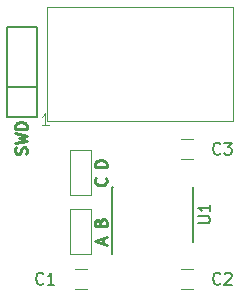
<source format=gbr>
G04 #@! TF.FileFunction,Legend,Top*
%FSLAX46Y46*%
G04 Gerber Fmt 4.6, Leading zero omitted, Abs format (unit mm)*
G04 Created by KiCad (PCBNEW 4.0.7-e2-6376~58~ubuntu16.04.1) date Mon Jan  7 01:20:49 2019*
%MOMM*%
%LPD*%
G01*
G04 APERTURE LIST*
%ADD10C,0.100000*%
%ADD11C,0.250000*%
%ADD12C,0.120000*%
%ADD13C,0.150000*%
G04 APERTURE END LIST*
D10*
D11*
X168702381Y-105011905D02*
X167702381Y-105011905D01*
X167702381Y-104773810D01*
X167750000Y-104630952D01*
X167845238Y-104535714D01*
X167940476Y-104488095D01*
X168130952Y-104440476D01*
X168273810Y-104440476D01*
X168464286Y-104488095D01*
X168559524Y-104535714D01*
X168654762Y-104630952D01*
X168702381Y-104773810D01*
X168702381Y-105011905D01*
X168607143Y-105940476D02*
X168654762Y-105988095D01*
X168702381Y-106130952D01*
X168702381Y-106226190D01*
X168654762Y-106369048D01*
X168559524Y-106464286D01*
X168464286Y-106511905D01*
X168273810Y-106559524D01*
X168130952Y-106559524D01*
X167940476Y-106511905D01*
X167845238Y-106464286D01*
X167750000Y-106369048D01*
X167702381Y-106226190D01*
X167702381Y-106130952D01*
X167750000Y-105988095D01*
X167797619Y-105940476D01*
X168178571Y-109678571D02*
X168226190Y-109535714D01*
X168273810Y-109488095D01*
X168369048Y-109440476D01*
X168511905Y-109440476D01*
X168607143Y-109488095D01*
X168654762Y-109535714D01*
X168702381Y-109630952D01*
X168702381Y-110011905D01*
X167702381Y-110011905D01*
X167702381Y-109678571D01*
X167750000Y-109583333D01*
X167797619Y-109535714D01*
X167892857Y-109488095D01*
X167988095Y-109488095D01*
X168083333Y-109535714D01*
X168130952Y-109583333D01*
X168178571Y-109678571D01*
X168178571Y-110011905D01*
X168416667Y-111488095D02*
X168416667Y-111011904D01*
X168702381Y-111583333D02*
X167702381Y-111250000D01*
X168702381Y-110916666D01*
X161904762Y-103904762D02*
X161952381Y-103761905D01*
X161952381Y-103523809D01*
X161904762Y-103428571D01*
X161857143Y-103380952D01*
X161761905Y-103333333D01*
X161666667Y-103333333D01*
X161571429Y-103380952D01*
X161523810Y-103428571D01*
X161476190Y-103523809D01*
X161428571Y-103714286D01*
X161380952Y-103809524D01*
X161333333Y-103857143D01*
X161238095Y-103904762D01*
X161142857Y-103904762D01*
X161047619Y-103857143D01*
X161000000Y-103809524D01*
X160952381Y-103714286D01*
X160952381Y-103476190D01*
X161000000Y-103333333D01*
X160952381Y-103000000D02*
X161952381Y-102761905D01*
X161238095Y-102571428D01*
X161952381Y-102380952D01*
X160952381Y-102142857D01*
X161952381Y-101761905D02*
X160952381Y-101761905D01*
X160952381Y-101523810D01*
X161000000Y-101380952D01*
X161095238Y-101285714D01*
X161190476Y-101238095D01*
X161380952Y-101190476D01*
X161523810Y-101190476D01*
X161714286Y-101238095D01*
X161809524Y-101285714D01*
X161904762Y-101380952D01*
X161952381Y-101523810D01*
X161952381Y-101761905D01*
D12*
X176000000Y-113650000D02*
X175000000Y-113650000D01*
X175000000Y-115350000D02*
X176000000Y-115350000D01*
X175000000Y-104350000D02*
X176000000Y-104350000D01*
X176000000Y-102650000D02*
X175000000Y-102650000D01*
D13*
X169175000Y-106675000D02*
X169275000Y-106675000D01*
X176000000Y-106675000D02*
X175975000Y-106675000D01*
X176000000Y-111325000D02*
X175975000Y-111325000D01*
X169175000Y-112400000D02*
X169175000Y-106675000D01*
X176000000Y-111325000D02*
X176000000Y-106675000D01*
D12*
X163670000Y-91470000D02*
X179410000Y-91470000D01*
X179410000Y-91470000D02*
X179410000Y-101070000D01*
X179410000Y-101070000D02*
X163670000Y-101070000D01*
X163670000Y-101070000D02*
X163670000Y-91470000D01*
D13*
X160230000Y-98270000D02*
X162770000Y-98270000D01*
X160230000Y-100810000D02*
X160230000Y-93190000D01*
X160230000Y-93190000D02*
X162770000Y-93190000D01*
X162770000Y-93190000D02*
X162770000Y-100810000D01*
X162770000Y-100810000D02*
X160230000Y-100810000D01*
D12*
X166000000Y-115350000D02*
X167000000Y-115350000D01*
X167000000Y-113650000D02*
X166000000Y-113650000D01*
X167390000Y-112410000D02*
X167390000Y-108590000D01*
X167390000Y-108590000D02*
X165610000Y-108590000D01*
X165610000Y-108590000D02*
X165610000Y-112410000D01*
X167390000Y-112410000D02*
X165610000Y-112410000D01*
X167390000Y-107410000D02*
X167390000Y-103590000D01*
X167390000Y-103590000D02*
X165610000Y-103590000D01*
X165610000Y-103590000D02*
X165610000Y-107410000D01*
X167390000Y-107410000D02*
X165610000Y-107410000D01*
D13*
X178333334Y-114857143D02*
X178285715Y-114904762D01*
X178142858Y-114952381D01*
X178047620Y-114952381D01*
X177904762Y-114904762D01*
X177809524Y-114809524D01*
X177761905Y-114714286D01*
X177714286Y-114523810D01*
X177714286Y-114380952D01*
X177761905Y-114190476D01*
X177809524Y-114095238D01*
X177904762Y-114000000D01*
X178047620Y-113952381D01*
X178142858Y-113952381D01*
X178285715Y-114000000D01*
X178333334Y-114047619D01*
X178714286Y-114047619D02*
X178761905Y-114000000D01*
X178857143Y-113952381D01*
X179095239Y-113952381D01*
X179190477Y-114000000D01*
X179238096Y-114047619D01*
X179285715Y-114142857D01*
X179285715Y-114238095D01*
X179238096Y-114380952D01*
X178666667Y-114952381D01*
X179285715Y-114952381D01*
X178333334Y-103857143D02*
X178285715Y-103904762D01*
X178142858Y-103952381D01*
X178047620Y-103952381D01*
X177904762Y-103904762D01*
X177809524Y-103809524D01*
X177761905Y-103714286D01*
X177714286Y-103523810D01*
X177714286Y-103380952D01*
X177761905Y-103190476D01*
X177809524Y-103095238D01*
X177904762Y-103000000D01*
X178047620Y-102952381D01*
X178142858Y-102952381D01*
X178285715Y-103000000D01*
X178333334Y-103047619D01*
X178666667Y-102952381D02*
X179285715Y-102952381D01*
X178952381Y-103333333D01*
X179095239Y-103333333D01*
X179190477Y-103380952D01*
X179238096Y-103428571D01*
X179285715Y-103523810D01*
X179285715Y-103761905D01*
X179238096Y-103857143D01*
X179190477Y-103904762D01*
X179095239Y-103952381D01*
X178809524Y-103952381D01*
X178714286Y-103904762D01*
X178666667Y-103857143D01*
X176452381Y-109761905D02*
X177261905Y-109761905D01*
X177357143Y-109714286D01*
X177404762Y-109666667D01*
X177452381Y-109571429D01*
X177452381Y-109380952D01*
X177404762Y-109285714D01*
X177357143Y-109238095D01*
X177261905Y-109190476D01*
X176452381Y-109190476D01*
X177452381Y-108190476D02*
X177452381Y-108761905D01*
X177452381Y-108476191D02*
X176452381Y-108476191D01*
X176595238Y-108571429D01*
X176690476Y-108666667D01*
X176738095Y-108761905D01*
D12*
X163785715Y-101452381D02*
X163214286Y-101452381D01*
X163500000Y-101452381D02*
X163500000Y-100452381D01*
X163404762Y-100595238D01*
X163309524Y-100690476D01*
X163214286Y-100738095D01*
D13*
X163333334Y-114857143D02*
X163285715Y-114904762D01*
X163142858Y-114952381D01*
X163047620Y-114952381D01*
X162904762Y-114904762D01*
X162809524Y-114809524D01*
X162761905Y-114714286D01*
X162714286Y-114523810D01*
X162714286Y-114380952D01*
X162761905Y-114190476D01*
X162809524Y-114095238D01*
X162904762Y-114000000D01*
X163047620Y-113952381D01*
X163142858Y-113952381D01*
X163285715Y-114000000D01*
X163333334Y-114047619D01*
X164285715Y-114952381D02*
X163714286Y-114952381D01*
X164000000Y-114952381D02*
X164000000Y-113952381D01*
X163904762Y-114095238D01*
X163809524Y-114190476D01*
X163714286Y-114238095D01*
M02*

</source>
